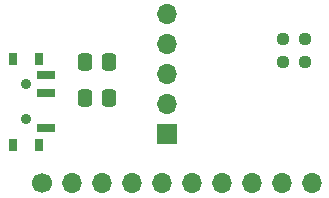
<source format=gbr>
%TF.GenerationSoftware,KiCad,Pcbnew,7.0.2-1.fc38*%
%TF.CreationDate,2023-06-06T15:14:40+02:00*%
%TF.ProjectId,F0_MyCompass,46305f4d-7943-46f6-9d70-6173732e6b69,rev?*%
%TF.SameCoordinates,Original*%
%TF.FileFunction,Soldermask,Bot*%
%TF.FilePolarity,Negative*%
%FSLAX46Y46*%
G04 Gerber Fmt 4.6, Leading zero omitted, Abs format (unit mm)*
G04 Created by KiCad (PCBNEW 7.0.2-1.fc38) date 2023-06-06 15:14:40*
%MOMM*%
%LPD*%
G01*
G04 APERTURE LIST*
G04 Aperture macros list*
%AMRoundRect*
0 Rectangle with rounded corners*
0 $1 Rounding radius*
0 $2 $3 $4 $5 $6 $7 $8 $9 X,Y pos of 4 corners*
0 Add a 4 corners polygon primitive as box body*
4,1,4,$2,$3,$4,$5,$6,$7,$8,$9,$2,$3,0*
0 Add four circle primitives for the rounded corners*
1,1,$1+$1,$2,$3*
1,1,$1+$1,$4,$5*
1,1,$1+$1,$6,$7*
1,1,$1+$1,$8,$9*
0 Add four rect primitives between the rounded corners*
20,1,$1+$1,$2,$3,$4,$5,0*
20,1,$1+$1,$4,$5,$6,$7,0*
20,1,$1+$1,$6,$7,$8,$9,0*
20,1,$1+$1,$8,$9,$2,$3,0*%
G04 Aperture macros list end*
%ADD10R,1.700000X1.700000*%
%ADD11O,1.700000X1.700000*%
%ADD12C,1.700000*%
%ADD13R,0.800000X1.000000*%
%ADD14C,0.900000*%
%ADD15R,1.500000X0.700000*%
%ADD16RoundRect,0.250000X-0.337500X-0.475000X0.337500X-0.475000X0.337500X0.475000X-0.337500X0.475000X0*%
%ADD17RoundRect,0.237500X0.250000X0.237500X-0.250000X0.237500X-0.250000X-0.237500X0.250000X-0.237500X0*%
G04 APERTURE END LIST*
D10*
%TO.C,GY-271*%
X92850000Y-95850000D03*
D11*
X92850000Y-93310000D03*
X92850000Y-90770000D03*
X92850000Y-88230000D03*
X92850000Y-85690000D03*
%TD*%
D12*
%TO.C,J1*%
X82220000Y-100000000D03*
D11*
X84760000Y-100000000D03*
X87300000Y-100000000D03*
X89840000Y-100000000D03*
X92380000Y-100000000D03*
X94920000Y-100000000D03*
X97460000Y-100000000D03*
X100000000Y-100000000D03*
X102540000Y-100000000D03*
X105080000Y-100000000D03*
%TD*%
D13*
%TO.C,SW1*%
X79770000Y-96750000D03*
X81980000Y-96750000D03*
D14*
X80870000Y-94600000D03*
X80870000Y-91600000D03*
D13*
X79770000Y-89450000D03*
X81980000Y-89450000D03*
D15*
X82630000Y-95350000D03*
X82630000Y-92350000D03*
X82630000Y-90850000D03*
%TD*%
D16*
%TO.C,C1*%
X85862500Y-92800000D03*
X87937500Y-92800000D03*
%TD*%
D17*
%TO.C,R3*%
X104525000Y-89700000D03*
X102700000Y-89700000D03*
%TD*%
D16*
%TO.C,C2*%
X85862500Y-89700000D03*
X87937500Y-89700000D03*
%TD*%
D17*
%TO.C,R2*%
X104525000Y-87800000D03*
X102700000Y-87800000D03*
%TD*%
M02*

</source>
